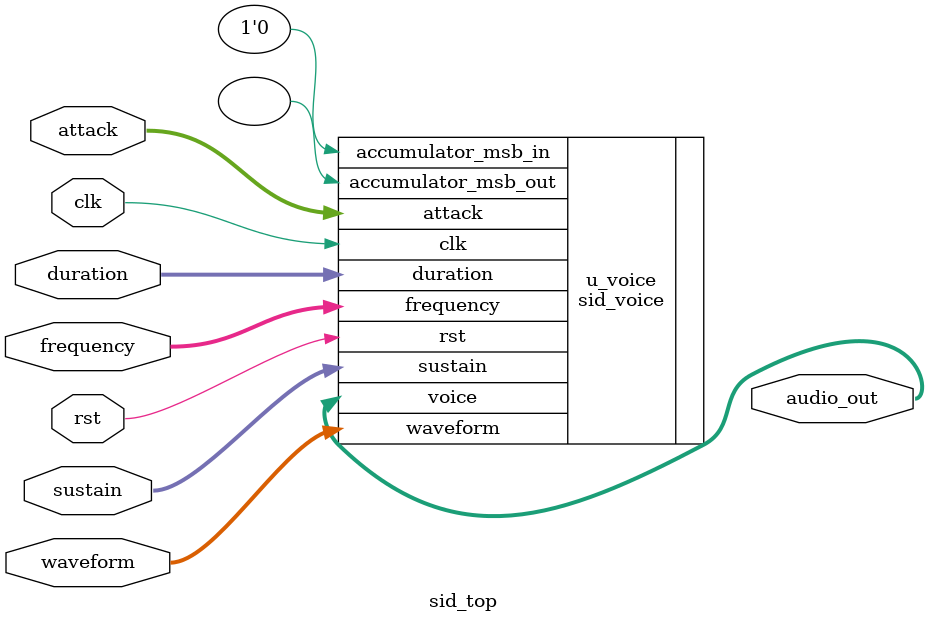
<source format=v>
`timescale 1ns / 1ps

module sid_top (
    input  wire        clk,
    input  wire        rst,

    // Voice controls
    input  wire [15:0] frequency,
    input  wire [15:0] duration,
    input  wire [7:0]  attack,
    input  wire [7:0]  sustain,
    input  wire [7:0]  waveform,

    // Audio output
    output wire [7:0]  audio_out
);

    sid_voice #(.IS_8580(0)) u_voice (
        .clk                (clk),
        .rst                (rst),
        .frequency          (frequency),
        .duration           (duration),
        .attack             (attack),
        .sustain            (sustain),
        .waveform           (waveform),
        .accumulator_msb_in (1'b0),
        .voice              (audio_out),
        .accumulator_msb_out()
    );

endmodule

</source>
